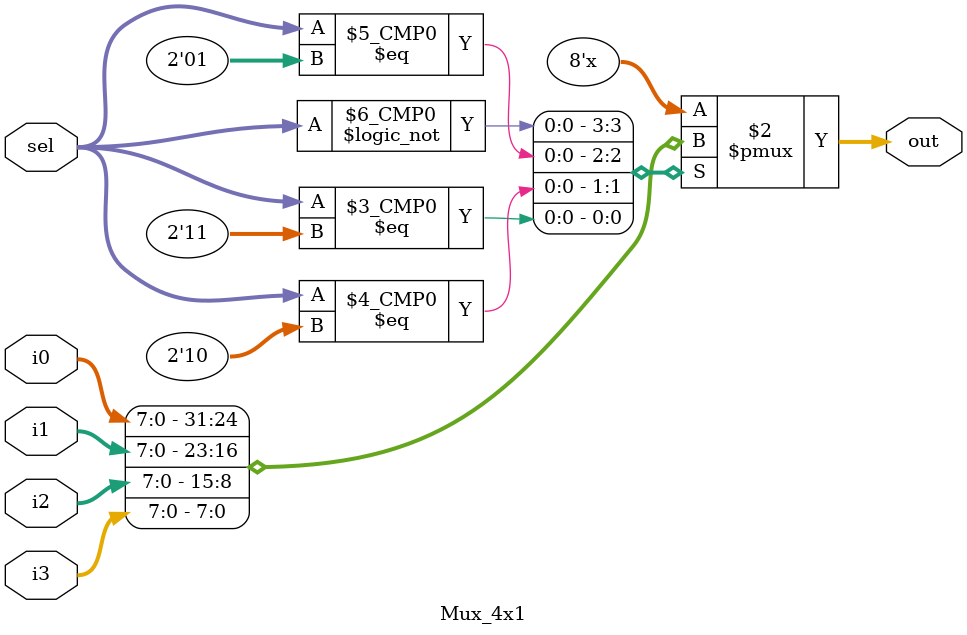
<source format=v>
module Mux_4x1 (input [7:0]i0, i1, i2, i3,
		input [1:0]sel,
		output reg[7:0]out);
	
	always @ (*) 
	begin
		case (sel)
		2'b00: out = i0;
		2'b01: out = i1;
		2'b10: out = i2;
		2'b11: out = i3;
		default: out = 8'hxx;
		endcase
	end	
endmodule
</source>
